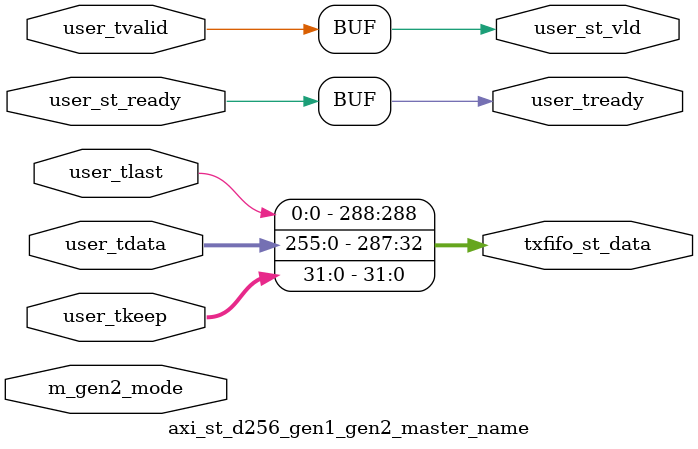
<source format=sv>

module axi_st_d256_gen1_gen2_master_name  (

  // st channel
  input  logic [  31:   0]   user_tkeep          ,
  input  logic [ 255:   0]   user_tdata          ,
  input  logic               user_tlast          ,
  input  logic               user_tvalid         ,
  output logic               user_tready         ,

  // Logic Link Interfaces
  output logic               user_st_vld         ,
  output logic [ 288:   0]   txfifo_st_data      ,
  input  logic               user_st_ready       ,

  input  logic               m_gen2_mode         

);

  // Connect Data

  assign user_st_vld                        = user_tvalid                        ;
  assign user_tready                        = user_st_ready                      ;
  assign txfifo_st_data       [   0 +:  32] = user_tkeep           [   0 +:  32] ;
  assign txfifo_st_data       [  32 +: 256] = user_tdata           [   0 +: 256] ;
  assign txfifo_st_data       [ 288 +:   1] = user_tlast                         ;

endmodule

</source>
